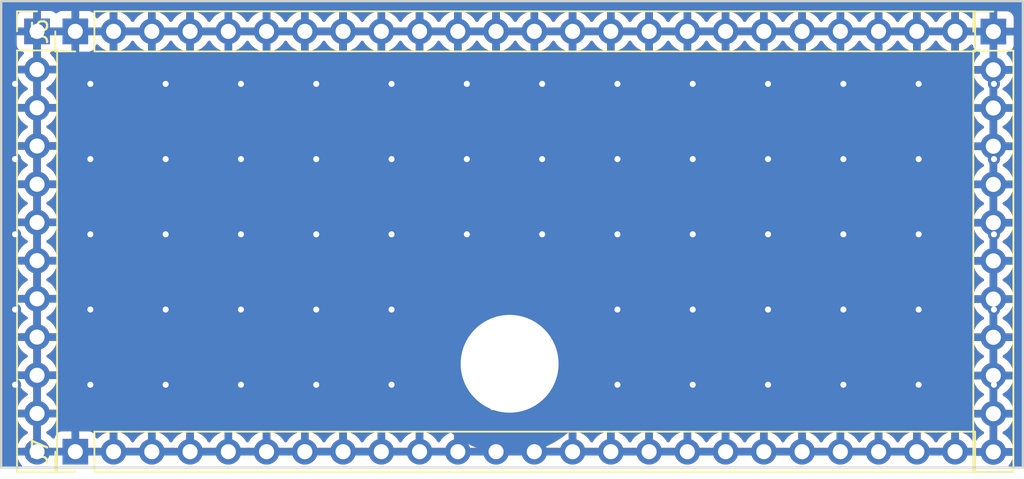
<source format=kicad_pcb>
(kicad_pcb (version 20221018) (generator pcbnew)
  (layers (0 "F.Cu" signal) (31 "B.Cu" signal) (34 "B.Paste" user) (35 "F.Paste" user) (36 "B.SilkS" user "B.Silkscreen") (37 "F.SilkS" user "F.Silkscreen") (38 "B.Mask" user) (39 "F.Mask" user) (44 "Edge.Cuts" user))
  (net 0 "")
  (net 1 "GND")
  (footprint "Connector_PinHeader_2.54mm:PinHeader_1x24_P2.54mm_Vertical" (layer "F.Cu") (at 108.5 83.26 90)
    (fp_text reference "J6" (at 0 -2.33 90) (layer "F.SilkS"))
    (fp_text value "Conn_01x24_Pin" hide)
    (fp_line (start -1.33 -1.33) (end 0 -1.33) (stroke (width 0.12)) (layer "F.SilkS"))
    (fp_line (start -1.33 0) (end -1.33 -1.33) (stroke (width 0.12)) (layer "F.SilkS"))
    (fp_line (start -1.33 1.27) (end -1.33 59.75) (stroke (width 0.12)) (layer "F.SilkS"))
    (fp_line (start -1.33 1.27) (end 1.33 1.27) (stroke (width 0.12)) (layer "F.SilkS"))
    (fp_line (start -1.33 59.75) (end 1.33 59.75) (stroke (width 0.12)) (layer "F.SilkS"))
    (fp_line (start 1.33 1.27) (end 1.33 59.75) (stroke (width 0.12)) (layer "F.SilkS"))
    (pad "1" thru_hole rect (at 0 0 90) (size 1.7 1.7) (drill 1) (layers "*.Cu" "*.Mask") (net 1 "GND"))
    (pad "2" thru_hole oval (at 0 2.54 90) (size 1.7 1.7) (drill 1) (layers "*.Cu" "*.Mask") (net 1 "GND"))
    (pad "3" thru_hole oval (at 0 5.08 90) (size 1.7 1.7) (drill 1) (layers "*.Cu" "*.Mask") (net 1 "GND"))
    (pad "4" thru_hole oval (at 0 7.62 90) (size 1.7 1.7) (drill 1) (layers "*.Cu" "*.Mask") (net 1 "GND"))
    (pad "5" thru_hole oval (at 0 10.16 90) (size 1.7 1.7) (drill 1) (layers "*.Cu" "*.Mask") (net 1 "GND"))
    (pad "6" thru_hole oval (at 0 12.7 90) (size 1.7 1.7) (drill 1) (layers "*.Cu" "*.Mask") (net 1 "GND"))
    (pad "7" thru_hole oval (at 0 15.24 90) (size 1.7 1.7) (drill 1) (layers "*.Cu" "*.Mask") (net 1 "GND"))
    (pad "8" thru_hole oval (at 0 17.78 90) (size 1.7 1.7) (drill 1) (layers "*.Cu" "*.Mask") (net 1 "GND"))
    (pad "9" thru_hole oval (at 0 20.32 90) (size 1.7 1.7) (drill 1) (layers "*.Cu" "*.Mask") (net 1 "GND"))
    (pad "10" thru_hole oval (at 0 22.86 90) (size 1.7 1.7) (drill 1) (layers "*.Cu" "*.Mask") (net 1 "GND"))
    (pad "11" thru_hole oval (at 0 25.4 90) (size 1.7 1.7) (drill 1) (layers "*.Cu" "*.Mask") (net 1 "GND"))
    (pad "12" thru_hole oval (at 0 27.94 90) (size 1.7 1.7) (drill 1) (layers "*.Cu" "*.Mask") (net 1 "GND"))
    (pad "13" thru_hole oval (at 0 30.48 90) (size 1.7 1.7) (drill 1) (layers "*.Cu" "*.Mask") (net 1 "GND"))
    (pad "14" thru_hole oval (at 0 33.02 90) (size 1.7 1.7) (drill 1) (layers "*.Cu" "*.Mask") (net 1 "GND"))
    (pad "15" thru_hole oval (at 0 35.56 90) (size 1.7 1.7) (drill 1) (layers "*.Cu" "*.Mask") (net 1 "GND"))
    (pad "16" thru_hole oval (at 0 38.1 90) (size 1.7 1.7) (drill 1) (layers "*.Cu" "*.Mask") (net 1 "GND"))
    (pad "17" thru_hole oval (at 0 40.64 90) (size 1.7 1.7) (drill 1) (layers "*.Cu" "*.Mask") (net 1 "GND"))
    (pad "18" thru_hole oval (at 0 43.18 90) (size 1.7 1.7) (drill 1) (layers "*.Cu" "*.Mask") (net 1 "GND"))
    (pad "19" thru_hole oval (at 0 45.72 90) (size 1.7 1.7) (drill 1) (layers "*.Cu" "*.Mask") (net 1 "GND"))
    (pad "20" thru_hole oval (at 0 48.26 90) (size 1.7 1.7) (drill 1) (layers "*.Cu" "*.Mask") (net 1 "GND"))
    (pad "21" thru_hole oval (at 0 50.8 90) (size 1.7 1.7) (drill 1) (layers "*.Cu" "*.Mask") (net 1 "GND"))
    (pad "22" thru_hole oval (at 0 53.34 90) (size 1.7 1.7) (drill 1) (layers "*.Cu" "*.Mask") (net 1 "GND"))
    (pad "23" thru_hole oval (at 0 55.88 90) (size 1.7 1.7) (drill 1) (layers "*.Cu" "*.Mask") (net 1 "GND"))
    (pad "24" thru_hole oval (at 0 58.42 90) (size 1.7 1.7) (drill 1) (layers "*.Cu" "*.Mask") (net 1 "GND"))
  )
  (footprint "Connector_Pin:Pin_D1.3mm_L11.0mm_LooseFit" (layer "F.Cu") (at 137.34 105.356)
    (fp_text reference "J10" (at 0 2.55) (layer "F.SilkS"))
    (fp_text value "Conn_01x01_Pin")
    (fp_circle (center 0 0) (end 1.8 0.05) (stroke (width 0.12)) (fill none) (layer "F.SilkS"))
    (pad "1" thru_hole circle (at 0 0) (size 12 12) (drill 6.5) (layers "*.Cu" "*.Mask") (net 1 "GND"))
  )
  (footprint "Connector_PinHeader_2.54mm:PinHeader_1x12_P2.54mm_Vertical" (layer "F.Cu") (at 169.46 83.275)
    (fp_text reference "J9" hide)
    (fp_text value "Conn_01x12_Pin" hide)
    (fp_line (start -1.33 -1.33) (end 0 -1.33) (stroke (width 0.12)) (layer "F.SilkS"))
    (fp_line (start -1.33 0) (end -1.33 -1.33) (stroke (width 0.12)) (layer "F.SilkS"))
    (fp_line (start -1.33 1.27) (end -1.33 29.27) (stroke (width 0.12)) (layer "F.SilkS"))
    (fp_line (start -1.33 1.27) (end 1.33 1.27) (stroke (width 0.12)) (layer "F.SilkS"))
    (fp_line (start -1.33 29.27) (end 1.33 29.27) (stroke (width 0.12)) (layer "F.SilkS"))
    (fp_line (start 1.33 1.27) (end 1.33 29.27) (stroke (width 0.12)) (layer "F.SilkS"))
    (pad "1" thru_hole rect (at 0 0) (size 1.7 1.7) (drill 1) (layers "*.Cu" "*.Mask") (net 1 "GND"))
    (pad "2" thru_hole oval (at 0 2.54) (size 1.7 1.7) (drill 1) (layers "*.Cu" "*.Mask") (net 1 "GND"))
    (pad "3" thru_hole oval (at 0 5.08) (size 1.7 1.7) (drill 1) (layers "*.Cu" "*.Mask") (net 1 "GND"))
    (pad "4" thru_hole oval (at 0 7.62) (size 1.7 1.7) (drill 1) (layers "*.Cu" "*.Mask") (net 1 "GND"))
    (pad "5" thru_hole oval (at 0 10.16) (size 1.7 1.7) (drill 1) (layers "*.Cu" "*.Mask") (net 1 "GND"))
    (pad "6" thru_hole oval (at 0 12.7) (size 1.7 1.7) (drill 1) (layers "*.Cu" "*.Mask") (net 1 "GND"))
    (pad "7" thru_hole oval (at 0 15.24) (size 1.7 1.7) (drill 1) (layers "*.Cu" "*.Mask") (net 1 "GND"))
    (pad "8" thru_hole oval (at 0 17.78) (size 1.7 1.7) (drill 1) (layers "*.Cu" "*.Mask") (net 1 "GND"))
    (pad "9" thru_hole oval (at 0 20.32) (size 1.7 1.7) (drill 1) (layers "*.Cu" "*.Mask") (net 1 "GND"))
    (pad "10" thru_hole oval (at 0 22.86) (size 1.7 1.7) (drill 1) (layers "*.Cu" "*.Mask") (net 1 "GND"))
    (pad "11" thru_hole oval (at 0 25.4) (size 1.7 1.7) (drill 1) (layers "*.Cu" "*.Mask") (net 1 "GND"))
    (pad "12" thru_hole oval (at 0 27.94) (size 1.7 1.7) (drill 1) (layers "*.Cu" "*.Mask") (net 1 "GND"))
  )
  (footprint "Connector_PinHeader_2.54mm:PinHeader_1x12_P2.54mm_Vertical" (layer "F.Cu") (at 105.96 83.26)
    (fp_text reference "J8" hide)
    (fp_text value "Conn_01x12_Pin" hide)
    (fp_line (start -1.33 -1.33) (end 0 -1.33) (stroke (width 0.12)) (layer "F.SilkS"))
    (fp_line (start -1.33 0) (end -1.33 -1.33) (stroke (width 0.12)) (layer "F.SilkS"))
    (fp_line (start -1.33 1.27) (end -1.33 29.27) (stroke (width 0.12)) (layer "F.SilkS"))
    (fp_line (start -1.33 1.27) (end 1.33 1.27) (stroke (width 0.12)) (layer "F.SilkS"))
    (fp_line (start -1.33 29.27) (end 1.33 29.27) (stroke (width 0.12)) (layer "F.SilkS"))
    (fp_line (start 1.33 1.27) (end 1.33 29.27) (stroke (width 0.12)) (layer "F.SilkS"))
    (pad "1" thru_hole rect (at 0 0) (size 1.7 1.7) (drill 1) (layers "*.Cu" "*.Mask") (net 1 "GND"))
    (pad "2" thru_hole oval (at 0 2.54) (size 1.7 1.7) (drill 1) (layers "*.Cu" "*.Mask") (net 1 "GND"))
    (pad "3" thru_hole oval (at 0 5.08) (size 1.7 1.7) (drill 1) (layers "*.Cu" "*.Mask") (net 1 "GND"))
    (pad "4" thru_hole oval (at 0 7.62) (size 1.7 1.7) (drill 1) (layers "*.Cu" "*.Mask") (net 1 "GND"))
    (pad "5" thru_hole oval (at 0 10.16) (size 1.7 1.7) (drill 1) (layers "*.Cu" "*.Mask") (net 1 "GND"))
    (pad "6" thru_hole oval (at 0 12.7) (size 1.7 1.7) (drill 1) (layers "*.Cu" "*.Mask") (net 1 "GND"))
    (pad "7" thru_hole oval (at 0 15.24) (size 1.7 1.7) (drill 1) (layers "*.Cu" "*.Mask") (net 1 "GND"))
    (pad "8" thru_hole oval (at 0 17.78) (size 1.7 1.7) (drill 1) (layers "*.Cu" "*.Mask") (net 1 "GND"))
    (pad "9" thru_hole oval (at 0 20.32) (size 1.7 1.7) (drill 1) (layers "*.Cu" "*.Mask") (net 1 "GND"))
    (pad "10" thru_hole oval (at 0 22.86) (size 1.7 1.7) (drill 1) (layers "*.Cu" "*.Mask") (net 1 "GND"))
    (pad "11" thru_hole oval (at 0 25.4) (size 1.7 1.7) (drill 1) (layers "*.Cu" "*.Mask") (net 1 "GND"))
    (pad "12" thru_hole oval (at 0 27.94) (size 1.7 1.7) (drill 1) (layers "*.Cu" "*.Mask") (net 1 "GND"))
  )
  (footprint "Connector_PinHeader_2.54mm:PinHeader_1x24_P2.54mm_Vertical" (layer "F.Cu") (at 108.5 111.2 90)
    (fp_text reference "J7" (at 0 -2.33 90) (layer "F.SilkS"))
    (fp_text value "Conn_01x24_Pin" hide)
    (fp_line (start -1.33 -1.33) (end 0 -1.33) (stroke (width 0.12)) (layer "F.SilkS"))
    (fp_line (start -1.33 0) (end -1.33 -1.33) (stroke (width 0.12)) (layer "F.SilkS"))
    (fp_line (start -1.33 1.27) (end -1.33 59.75) (stroke (width 0.12)) (layer "F.SilkS"))
    (fp_line (start -1.33 1.27) (end 1.33 1.27) (stroke (width 0.12)) (layer "F.SilkS"))
    (fp_line (start -1.33 59.75) (end 1.33 59.75) (stroke (width 0.12)) (layer "F.SilkS"))
    (fp_line (start 1.33 1.27) (end 1.33 59.75) (stroke (width 0.12)) (layer "F.SilkS"))
    (pad "1" thru_hole rect (at 0 0 90) (size 1.7 1.7) (drill 1) (layers "*.Cu" "*.Mask") (net 1 "GND"))
    (pad "2" thru_hole oval (at 0 2.54 90) (size 1.7 1.7) (drill 1) (layers "*.Cu" "*.Mask") (net 1 "GND"))
    (pad "3" thru_hole oval (at 0 5.08 90) (size 1.7 1.7) (drill 1) (layers "*.Cu" "*.Mask") (net 1 "GND"))
    (pad "4" thru_hole oval (at 0 7.62 90) (size 1.7 1.7) (drill 1) (layers "*.Cu" "*.Mask") (net 1 "GND"))
    (pad "5" thru_hole oval (at 0 10.16 90) (size 1.7 1.7) (drill 1) (layers "*.Cu" "*.Mask") (net 1 "GND"))
    (pad "6" thru_hole oval (at 0 12.7 90) (size 1.7 1.7) (drill 1) (layers "*.Cu" "*.Mask") (net 1 "GND"))
    (pad "7" thru_hole oval (at 0 15.24 90) (size 1.7 1.7) (drill 1) (layers "*.Cu" "*.Mask") (net 1 "GND"))
    (pad "8" thru_hole oval (at 0 17.78 90) (size 1.7 1.7) (drill 1) (layers "*.Cu" "*.Mask") (net 1 "GND"))
    (pad "9" thru_hole oval (at 0 20.32 90) (size 1.7 1.7) (drill 1) (layers "*.Cu" "*.Mask") (net 1 "GND"))
    (pad "10" thru_hole oval (at 0 22.86 90) (size 1.7 1.7) (drill 1) (layers "*.Cu" "*.Mask") (net 1 "GND"))
    (pad "11" thru_hole oval (at 0 25.4 90) (size 1.7 1.7) (drill 1) (layers "*.Cu" "*.Mask") (net 1 "GND"))
    (pad "12" thru_hole oval (at 0 27.94 90) (size 1.7 1.7) (drill 1) (layers "*.Cu" "*.Mask") (net 1 "GND"))
    (pad "13" thru_hole oval (at 0 30.48 90) (size 1.7 1.7) (drill 1) (layers "*.Cu" "*.Mask") (net 1 "GND"))
    (pad "14" thru_hole oval (at 0 33.02 90) (size 1.7 1.7) (drill 1) (layers "*.Cu" "*.Mask") (net 1 "GND"))
    (pad "15" thru_hole oval (at 0 35.56 90) (size 1.7 1.7) (drill 1) (layers "*.Cu" "*.Mask") (net 1 "GND"))
    (pad "16" thru_hole oval (at 0 38.1 90) (size 1.7 1.7) (drill 1) (layers "*.Cu" "*.Mask") (net 1 "GND"))
    (pad "17" thru_hole oval (at 0 40.64 90) (size 1.7 1.7) (drill 1) (layers "*.Cu" "*.Mask") (net 1 "GND"))
    (pad "18" thru_hole oval (at 0 43.18 90) (size 1.7 1.7) (drill 1) (layers "*.Cu" "*.Mask") (net 1 "GND"))
    (pad "19" thru_hole oval (at 0 45.72 90) (size 1.7 1.7) (drill 1) (layers "*.Cu" "*.Mask") (net 1 "GND"))
    (pad "20" thru_hole oval (at 0 48.26 90) (size 1.7 1.7) (drill 1) (layers "*.Cu" "*.Mask") (net 1 "GND"))
    (pad "21" thru_hole oval (at 0 50.8 90) (size 1.7 1.7) (drill 1) (layers "*.Cu" "*.Mask") (net 1 "GND"))
    (pad "22" thru_hole oval (at 0 53.34 90) (size 1.7 1.7) (drill 1) (layers "*.Cu" "*.Mask") (net 1 "GND"))
    (pad "23" thru_hole oval (at 0 55.88 90) (size 1.7 1.7) (drill 1) (layers "*.Cu" "*.Mask") (net 1 "GND"))
    (pad "24" thru_hole oval (at 0 58.42 90) (size 1.7 1.7) (drill 1) (layers "*.Cu" "*.Mask") (net 1 "GND"))
  )
  (gr_line (start 103.58 112.25) (end 103.58 81.25) (stroke (width 0.15)) (layer "Edge.Cuts"))
  (gr_line (start 171.42 81.25) (end 103.58 81.25) (stroke (width 0.15)) (layer "Edge.Cuts"))
  (gr_line (start 171.42 81.25) (end 171.42 112.25) (stroke (width 0.15)) (layer "Edge.Cuts"))
  (gr_line (start 171.42 112.25) (end 103.58 112.25) (stroke (width 0.15)) (layer "Edge.Cuts"))
  (via (at 149.5 91.75) (size 0.8) (drill 0.4) (layers "F.Cu" "B.Cu") (net 1))
  (via (at 109.5 86.75) (size 0.8) (drill 0.4) (layers "F.Cu" "B.Cu") (net 1))
  (via (at 159.5 106.75) (size 0.8) (drill 0.4) (layers "F.Cu" "B.Cu") (net 1))
  (via (at 144.5 96.75) (size 0.8) (drill 0.4) (layers "F.Cu" "B.Cu") (net 1))
  (via (at 119.5 91.75) (size 0.8) (drill 0.4) (layers "F.Cu" "B.Cu") (net 1))
  (via (at 169.5 91.75) (size 0.8) (drill 0.4) (layers "F.Cu" "B.Cu") (net 1))
  (via (at 134.5 91.75) (size 0.8) (drill 0.4) (layers "F.Cu" "B.Cu") (net 1))
  (via (at 124.5 91.75) (size 0.8) (drill 0.4) (layers "F.Cu" "B.Cu") (net 1))
  (via (at 154.5 96.75) (size 0.8) (drill 0.4) (layers "F.Cu" "B.Cu") (net 1))
  (via (at 169.5 101.75) (size 0.8) (drill 0.4) (layers "F.Cu" "B.Cu") (net 1))
  (via (at 164.5 91.75) (size 0.8) (drill 0.4) (layers "F.Cu" "B.Cu") (net 1))
  (via (at 164.5 106.75) (size 0.8) (drill 0.4) (layers "F.Cu" "B.Cu") (net 1))
  (via (at 139.5 86.75) (size 0.8) (drill 0.4) (layers "F.Cu" "B.Cu") (net 1))
  (via (at 129.5 96.75) (size 0.8) (drill 0.4) (layers "F.Cu" "B.Cu") (net 1))
  (via (at 134.5 86.75) (size 0.8) (drill 0.4) (layers "F.Cu" "B.Cu") (net 1))
  (via (at 134.5 96.75) (size 0.8) (drill 0.4) (layers "F.Cu" "B.Cu") (net 1))
  (via (at 104.5 86.75) (size 0.8) (drill 0.4) (layers "F.Cu" "B.Cu") (net 1))
  (via (at 164.5 96.75) (size 0.8) (drill 0.4) (layers "F.Cu" "B.Cu") (net 1))
  (via (at 114.5 106.75) (size 0.8) (drill 0.4) (layers "F.Cu" "B.Cu") (net 1))
  (via (at 124.5 101.75) (size 0.8) (drill 0.4) (layers "F.Cu" "B.Cu") (net 1))
  (via (at 144.5 91.75) (size 0.8) (drill 0.4) (layers "F.Cu" "B.Cu") (net 1))
  (via (at 104.5 106.75) (size 0.8) (drill 0.4) (layers "F.Cu" "B.Cu") (net 1))
  (via (at 159.5 96.75) (size 0.8) (drill 0.4) (layers "F.Cu" "B.Cu") (net 1))
  (via (at 149.5 106.75) (size 0.8) (drill 0.4) (layers "F.Cu" "B.Cu") (net 1))
  (via (at 114.5 101.75) (size 0.8) (drill 0.4) (layers "F.Cu" "B.Cu") (net 1))
  (via (at 169.5 106.75) (size 0.8) (drill 0.4) (layers "F.Cu" "B.Cu") (net 1))
  (via (at 104.5 91.75) (size 0.8) (drill 0.4) (layers "F.Cu" "B.Cu") (net 1))
  (via (at 109.5 106.75) (size 0.8) (drill 0.4) (layers "F.Cu" "B.Cu") (net 1))
  (via (at 129.5 106.75) (size 0.8) (drill 0.4) (layers "F.Cu" "B.Cu") (net 1))
  (via (at 109.5 96.75) (size 0.8) (drill 0.4) (layers "F.Cu" "B.Cu") (net 1))
  (via (at 164.5 86.75) (size 0.8) (drill 0.4) (layers "F.Cu" "B.Cu") (net 1))
  (via (at 114.5 96.75) (size 0.8) (drill 0.4) (layers "F.Cu" "B.Cu") (net 1))
  (via (at 119.5 106.75) (size 0.8) (drill 0.4) (layers "F.Cu" "B.Cu") (net 1))
  (via (at 154.5 91.75) (size 0.8) (drill 0.4) (layers "F.Cu" "B.Cu") (net 1))
  (via (at 129.5 91.75) (size 0.8) (drill 0.4) (layers "F.Cu" "B.Cu") (net 1))
  (via (at 139.5 91.75) (size 0.8) (drill 0.4) (layers "F.Cu" "B.Cu") (net 1))
  (via (at 129.5 86.75) (size 0.8) (drill 0.4) (layers "F.Cu" "B.Cu") (net 1))
  (via (at 154.5 106.75) (size 0.8) (drill 0.4) (layers "F.Cu" "B.Cu") (net 1))
  (via (at 104.5 96.75) (size 0.8) (drill 0.4) (layers "F.Cu" "B.Cu") (net 1))
  (via (at 154.5 86.75) (size 0.8) (drill 0.4) (layers "F.Cu" "B.Cu") (net 1))
  (via (at 169.5 86.75) (size 0.8) (drill 0.4) (layers "F.Cu" "B.Cu") (net 1))
  (via (at 114.5 91.75) (size 0.8) (drill 0.4) (layers "F.Cu" "B.Cu") (net 1))
  (via (at 159.5 91.75) (size 0.8) (drill 0.4) (layers "F.Cu" "B.Cu") (net 1))
  (via (at 159.5 86.75) (size 0.8) (drill 0.4) (layers "F.Cu" "B.Cu") (net 1))
  (via (at 144.5 86.75) (size 0.8) (drill 0.4) (layers "F.Cu" "B.Cu") (net 1))
  (via (at 119.5 86.75) (size 0.8) (drill 0.4) (layers "F.Cu" "B.Cu") (net 1))
  (via (at 149.5 96.75) (size 0.8) (drill 0.4) (layers "F.Cu" "B.Cu") (net 1))
  (via (at 139.5 96.75) (size 0.8) (drill 0.4) (layers "F.Cu" "B.Cu") (net 1))
  (via (at 109.5 91.75) (size 0.8) (drill 0.4) (layers "F.Cu" "B.Cu") (net 1))
  (via (at 119.5 101.75) (size 0.8) (drill 0.4) (layers "F.Cu" "B.Cu") (net 1))
  (via (at 164.5 101.75) (size 0.8) (drill 0.4) (layers "F.Cu" "B.Cu") (net 1))
  (via (at 169.5 96.75) (size 0.8) (drill 0.4) (layers "F.Cu" "B.Cu") (net 1))
  (via (at 104.5 101.75) (size 0.8) (drill 0.4) (layers "F.Cu" "B.Cu") (net 1))
  (via (at 124.5 96.75) (size 0.8) (drill 0.4) (layers "F.Cu" "B.Cu") (net 1))
  (via (at 129.5 101.75) (size 0.8) (drill 0.4) (layers "F.Cu" "B.Cu") (net 1))
  (via (at 144.5 101.75) (size 0.8) (drill 0.4) (layers "F.Cu" "B.Cu") (net 1))
  (via (at 149.5 101.75) (size 0.8) (drill 0.4) (layers "F.Cu" "B.Cu") (net 1))
  (via (at 114.5 86.75) (size 0.8) (drill 0.4) (layers "F.Cu" "B.Cu") (net 1))
  (via (at 119.5 96.75) (size 0.8) (drill 0.4) (layers "F.Cu" "B.Cu") (net 1))
  (via (at 159.5 101.75) (size 0.8) (drill 0.4) (layers "F.Cu" "B.Cu") (net 1))
  (via (at 149.5 86.75) (size 0.8) (drill 0.4) (layers "F.Cu" "B.Cu") (net 1))
  (via (at 144.5 106.75) (size 0.8) (drill 0.4) (layers "F.Cu" "B.Cu") (net 1))
  (via (at 154.5 101.75) (size 0.8) (drill 0.4) (layers "F.Cu" "B.Cu") (net 1))
  (via (at 109.5 101.75) (size 0.8) (drill 0.4) (layers "F.Cu" "B.Cu") (net 1))
  (via (at 124.5 106.75) (size 0.8) (drill 0.4) (layers "F.Cu" "B.Cu") (net 1))
  (via (at 124.5 86.75) (size 0.8) (drill 0.4) (layers "F.Cu" "B.Cu") (net 1))
  (zone (net 1) (net_name "GND") (layers "F&B.Cu") (connect_pads (clearance 0)) (min_thickness 0.2) (fill yes (thermal_gap 0.508) (thermal_bridge_width 0.508))
    (polygon (pts (xy 171.5 112.25) (xy 103.5 112.25) (xy 103.5 81.25) (xy 171.5 81.25)))
  )
)
</source>
